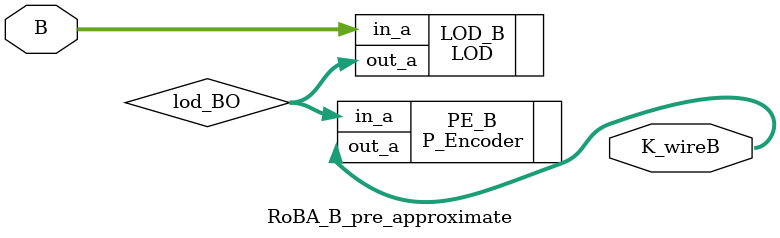
<source format=v>



`timescale 1ns / 1ps

module RoBA_B_pre_approximate #(parameter A_BW = 32, B_BW = 32, ROUN_WIDTH = 1, max_bw = (A_BW>B_BW)? A_BW:B_BW, bw_lg = $clog2(max_bw))

(
                  input	 [B_BW-1:0]	B,
                  //output [B_BW-1:0]	B_wired_copy,       // Copied version of B to be send to Shifters
                  output [$clog2(B_BW)-1:0]	K_wireB    // LOD A wire
                  //output	[A_BW:0]	Ar_wire          // Rounded A (coming from Rounding Unit) 
                  //input  [B_BW-1:0]    B,
                  //output [(A_BW+B_BW):0]	R
);

	// LOD A wires //
//wire	[$clog2(A_BW)-1:0]	K_wireA ;

	// LOD A wires //
//wire	[$clog2(B_BW)-1:0]	K_wireB ;

	// shifter BrxA wires //
//wire	[(A_BW+B_BW)-1:0]	BrxA_wire ;

	// shifter ArxB wires //
//wire	[(A_BW+B_BW)-1:0]	ArxB_wire ;

	// shifter ArxB wires //
//wire	[(A_BW+B_BW):0]	ArxBr_wire ;

	// Rounding Unit wires //
//wire	[A_BW:0]	Ar_wire ;

	// adder wires //
//wire	[(A_BW+B_BW):0] R_wire;

//wire [A_BW-1:0] lod_AO;                     // LOD of A-Operand output
wire [B_BW-1:0] lod_BO;                     // LOD of A-Operand output


//LOD #(.WIDTH(WIDTH), .LOG2_WIDTH(LOG2_WIDTH))LOD_A(.Operand(A),.K(K_wireA));

//LOD #(.BW(A_BW)) LOD_A (.in_a(A),.out_a(lod_AO));
//P_Encoder #(.BW(A_BW)) PE_A (.in_a(lod_AO),.out_a(K_wireA));

//LOD #(.WIDTH(WIDTH), .LOG2_WIDTH(LOG2_WIDTH))LOD_B(.Operand(B),.K(K_wireB));

LOD #(.BW(B_BW)) LOD_B (.in_a(B),.out_a(lod_BO));
P_Encoder #(.BW(B_BW)) PE_B (.in_a(lod_BO),.out_a(K_wireB));


//shifter #(.WIDTH(max_bw), .LOG2_WIDTH(bw_lg))BrxA(.X(B),.Y(A),.K(K_wireB),.Xr_Y(BrxA_wire));

//shifter #(.WIDTH(max_bw), .LOG2_WIDTH(bw_lg))ArxB(.X(A),.Y(B),.K(K_wireA),.Xr_Y(ArxB_wire));

//Rounding_unit #(.WIDTH(max_bw), .LOG2_WIDTH(bw_lg))Rounding_unit (.A(A),.Ar(Ar_wire)); //to get Ar
                                            

//shifter #(.WIDTH(max_bw),.ROUN_WIDTH(ROUN_WIDTH), .LOG2_WIDTH(bw_lg))ArxBr(.X(B),.Y(Ar_wire),.K(K_wireB),.Xr_Y(ArxBr_wire));

//adder_RoBA #(.WIDTH(max_bw), .LOG2_WIDTH(bw_lg))adder(.A(ArxB_wire),.B(BrxA_wire),.R(R_wire));

//subtractor #(.WIDTH(max_bw), .LOG2_WIDTH(bw_lg))subtractor(.A(R_wire),.B(ArxBr_wire),.R(R));



endmodule

</source>
